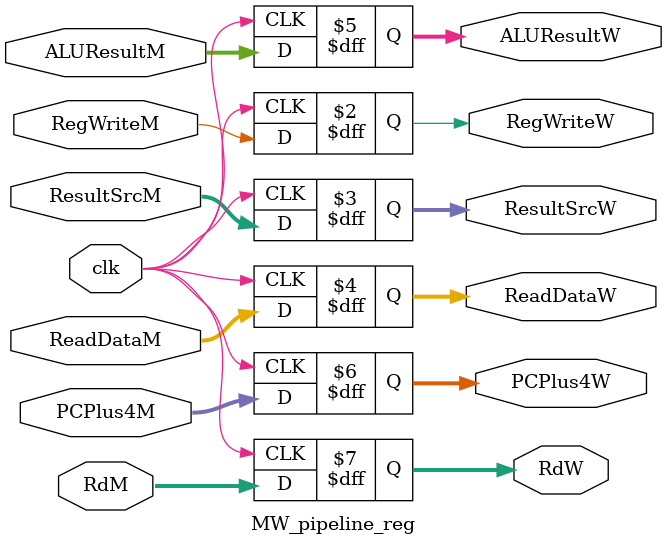
<source format=v>
`timescale 1ns / 1ps


module MW_pipeline_reg(
    input clk,RegWriteM,                            
    input [1:0]ResultSrcM,                      
    input [31:0] ReadDataM,ALUResultM,PCPlus4M, 
    input [4:0] RdM,                                 
    output reg RegWriteW,
    output reg [1:0]ResultSrcW,
    output reg [31:0] ReadDataW,ALUResultW,PCPlus4W,
    output reg [4:0] RdW
    );
      always @(posedge clk)
      begin
           ReadDataW <= ReadDataM;
           ALUResultW <= ALUResultM;
           RdW <= RdM;
           PCPlus4W <= PCPlus4M;
           RegWriteW <= RegWriteM;
           ResultSrcW <= ResultSrcM;
      end
endmodule

</source>
